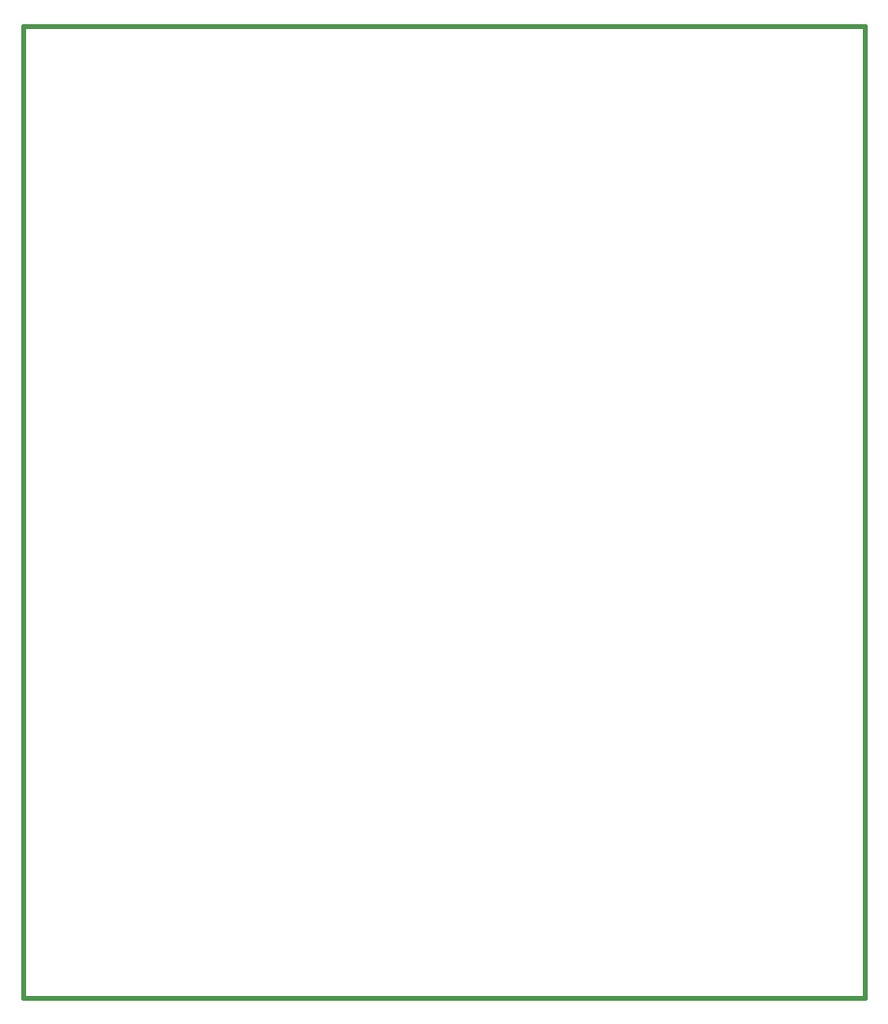
<source format=gbr>
G04 (created by PCBNEW (2013-jul-07)-stable) date Sat 05 Aug 2017 11:22:09 AM PDT*
%MOIN*%
G04 Gerber Fmt 3.4, Leading zero omitted, Abs format*
%FSLAX34Y34*%
G01*
G70*
G90*
G04 APERTURE LIST*
%ADD10C,0.00590551*%
%ADD11C,0.015*%
G04 APERTURE END LIST*
G54D10*
G54D11*
X34000Y-31500D02*
X34000Y-64950D01*
X34000Y-64950D02*
X63000Y-64950D01*
X34000Y-31500D02*
X63000Y-31500D01*
X63000Y-31500D02*
X63000Y-64950D01*
M02*

</source>
